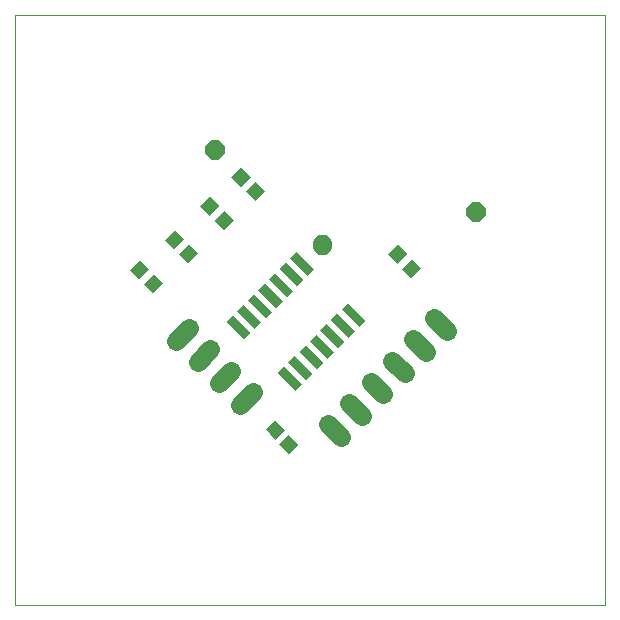
<source format=gts>
G75*
%MOIN*%
%OFA0B0*%
%FSLAX24Y24*%
%IPPOS*%
%LPD*%
%AMOC8*
5,1,8,0,0,1.08239X$1,22.5*
%
%ADD10C,0.0000*%
%ADD11R,0.0300X0.0840*%
%ADD12R,0.0473X0.0434*%
%ADD13R,0.0434X0.0473*%
%ADD14C,0.0640*%
%ADD15C,0.0128*%
%ADD16OC8,0.0640*%
D10*
X000100Y000100D02*
X000100Y019785D01*
X019785Y019785D01*
X019785Y000100D01*
X000100Y000100D01*
D11*
G36*
X009677Y007465D02*
X009464Y007252D01*
X008871Y007845D01*
X009084Y008058D01*
X009677Y007465D01*
G37*
G36*
X010030Y007818D02*
X009817Y007605D01*
X009224Y008198D01*
X009437Y008411D01*
X010030Y007818D01*
G37*
G36*
X010384Y008172D02*
X010171Y007959D01*
X009578Y008552D01*
X009791Y008765D01*
X010384Y008172D01*
G37*
G36*
X010737Y008525D02*
X010524Y008312D01*
X009931Y008905D01*
X010144Y009118D01*
X010737Y008525D01*
G37*
G36*
X011091Y008879D02*
X010878Y008666D01*
X010285Y009259D01*
X010498Y009472D01*
X011091Y008879D01*
G37*
G36*
X011444Y009232D02*
X011231Y009019D01*
X010638Y009612D01*
X010851Y009825D01*
X011444Y009232D01*
G37*
G36*
X011798Y009586D02*
X011585Y009373D01*
X010992Y009966D01*
X011205Y010179D01*
X011798Y009586D01*
G37*
G36*
X010087Y011297D02*
X009874Y011084D01*
X009281Y011677D01*
X009494Y011890D01*
X010087Y011297D01*
G37*
G36*
X009733Y010943D02*
X009520Y010730D01*
X008927Y011323D01*
X009140Y011536D01*
X009733Y010943D01*
G37*
G36*
X009380Y010590D02*
X009167Y010377D01*
X008574Y010970D01*
X008787Y011183D01*
X009380Y010590D01*
G37*
G36*
X009026Y010236D02*
X008813Y010023D01*
X008220Y010616D01*
X008433Y010829D01*
X009026Y010236D01*
G37*
G36*
X008672Y009883D02*
X008459Y009670D01*
X007866Y010263D01*
X008079Y010476D01*
X008672Y009883D01*
G37*
G36*
X008319Y009529D02*
X008106Y009316D01*
X007513Y009909D01*
X007726Y010122D01*
X008319Y009529D01*
G37*
G36*
X007965Y009176D02*
X007752Y008963D01*
X007159Y009556D01*
X007372Y009769D01*
X007965Y009176D01*
G37*
D12*
G36*
X008783Y005622D02*
X008458Y005962D01*
X008771Y006262D01*
X009096Y005922D01*
X008783Y005622D01*
G37*
G36*
X009246Y005139D02*
X008921Y005479D01*
X009234Y005779D01*
X009559Y005439D01*
X009246Y005139D01*
G37*
D13*
G36*
X004738Y011134D02*
X005045Y010827D01*
X004712Y010494D01*
X004405Y010801D01*
X004738Y011134D01*
G37*
G36*
X004265Y011607D02*
X004572Y011300D01*
X004239Y010967D01*
X003932Y011274D01*
X004265Y011607D01*
G37*
G36*
X005425Y012617D02*
X005732Y012310D01*
X005399Y011977D01*
X005092Y012284D01*
X005425Y012617D01*
G37*
G36*
X005898Y012144D02*
X006205Y011837D01*
X005872Y011504D01*
X005565Y011811D01*
X005898Y012144D01*
G37*
G36*
X007088Y013254D02*
X007395Y012947D01*
X007062Y012614D01*
X006755Y012921D01*
X007088Y013254D01*
G37*
G36*
X006615Y013727D02*
X006922Y013420D01*
X006589Y013087D01*
X006282Y013394D01*
X006615Y013727D01*
G37*
G36*
X007655Y014697D02*
X007962Y014390D01*
X007629Y014057D01*
X007322Y014364D01*
X007655Y014697D01*
G37*
G36*
X008128Y014224D02*
X008435Y013917D01*
X008102Y013584D01*
X007795Y013891D01*
X008128Y014224D01*
G37*
G36*
X012849Y011487D02*
X012542Y011794D01*
X012875Y012127D01*
X013182Y011820D01*
X012849Y011487D01*
G37*
G36*
X013322Y011014D02*
X013015Y011321D01*
X013348Y011654D01*
X013655Y011347D01*
X013322Y011014D01*
G37*
D14*
X014084Y009671D02*
X014508Y009246D01*
X013801Y008539D02*
X013377Y008964D01*
X012670Y008256D02*
X013094Y007832D01*
X012387Y007125D02*
X011963Y007549D01*
X011256Y006842D02*
X011680Y006418D01*
X010973Y005711D02*
X010549Y006135D01*
X008031Y007212D02*
X007607Y006788D01*
X006900Y007495D02*
X007324Y007919D01*
X006617Y008626D02*
X006193Y008202D01*
X005486Y008909D02*
X005910Y009334D01*
D15*
X010168Y012069D02*
X010104Y012005D01*
X010104Y012217D01*
X010253Y012366D01*
X010465Y012366D01*
X010614Y012217D01*
X010614Y012005D01*
X010465Y011856D01*
X010253Y011856D01*
X010104Y012005D01*
X010200Y012045D01*
X010200Y012177D01*
X010293Y012270D01*
X010425Y012270D01*
X010518Y012177D01*
X010518Y012045D01*
X010425Y011952D01*
X010293Y011952D01*
X010200Y012045D01*
X010296Y012085D01*
X010296Y012137D01*
X010333Y012174D01*
X010385Y012174D01*
X010422Y012137D01*
X010422Y012085D01*
X010385Y012048D01*
X010333Y012048D01*
X010296Y012085D01*
D16*
X006759Y015271D03*
X015479Y013221D03*
M02*

</source>
